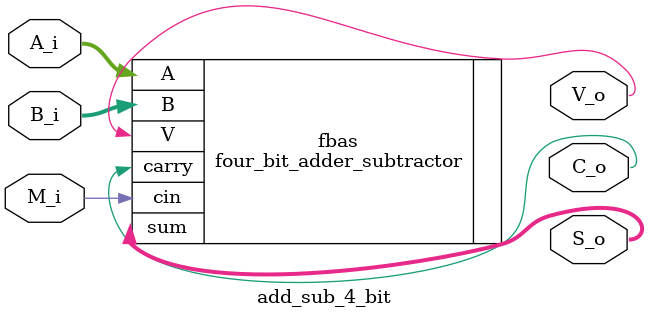
<source format=v>
`timescale 1ns / 1ps


module add_sub_4_bit #
(
  parameter WIDTH = 4
)
(
  // The inputs 
  input wire [WIDTH-1:0]        A_i,
  input wire [WIDTH-1:0]        B_i,
  input wire                    M_i,

  // The outputs
  output wire                   V_o,
  output wire                   C_o,
  output wire [WIDTH-1:0]       S_o

);
  
 
four_bit_adder_subtractor fbas(.A(A_i),.B(B_i),.cin(M_i),.sum(S_o),.carry(C_o),.V(V_o));



endmodule

</source>
